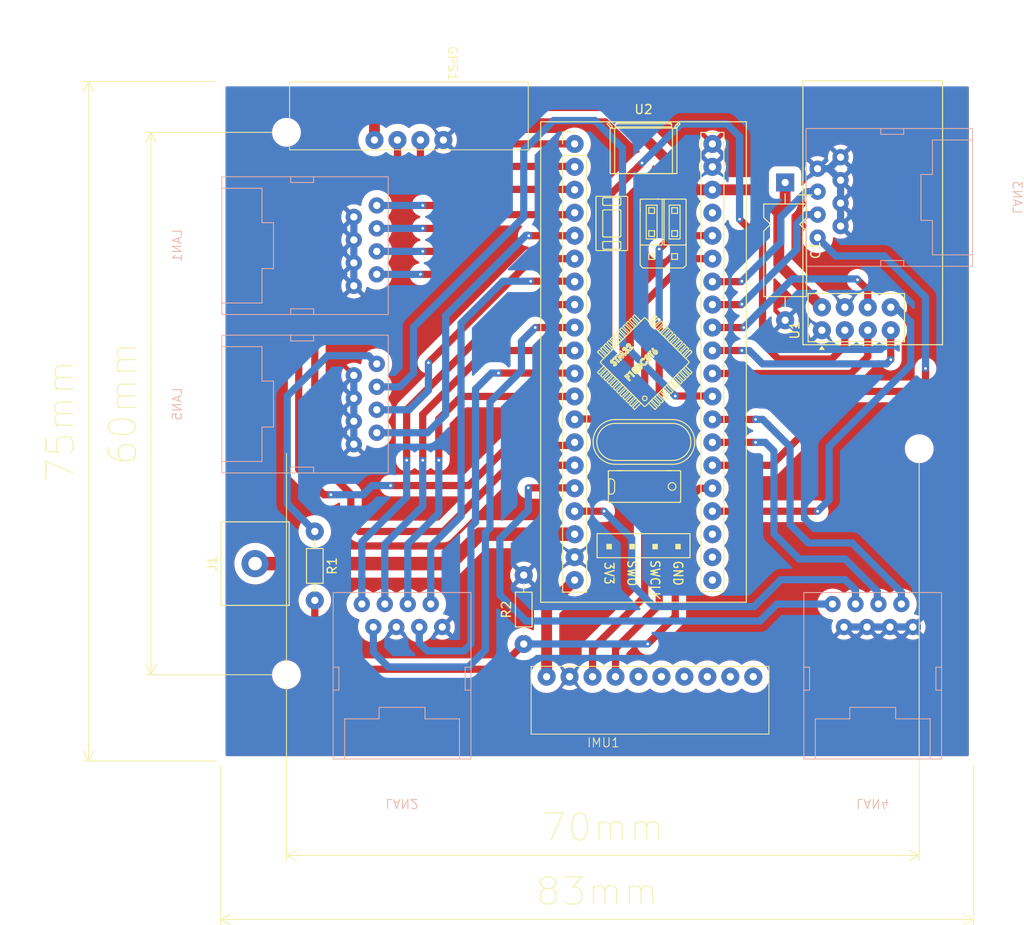
<source format=kicad_pcb>
(kicad_pcb (version 20241229) (generator "pcbnew") (generator_version "9.0")
  (layers (0 "F.Cu" signal) (2 "B.Cu" signal) (13 "F.Paste" user) (15 "B.Paste" user) (5 "F.SilkS" user "F.Silkscreen") (7 "B.SilkS" user "B.Silkscreen") (1 "F.Mask" user) (3 "B.Mask" user) (25 "Edge.Cuts" user))
  (net 0 "")
  (net 1 "Net-(U1-MISO)")
  (net 2 "+3.3V")
  (net 3 "GND")
  (net 4 "Net-(U1-MOSI)")
  (net 5 "Net-(U1-SCK)")
  (net 6 "Net-(IMU1-SCL)")
  (net 8 "Net-(IMU1-SDA)")
  (net 16 "Net-(GPS1-RX)")
  (net 18 "Net-(GPS1-TX)")
  (net 19 "+5V")
  (net 20 "/Vbat_test")
  (net 22 "+BATT")
  (net 23 "Net-(U1-IRQ)")
  (net 24 "Net-(U1-CE)")
  (net 25 "Net-(LAN3-Blue)")
  (net 26 "Net-(LAN3-Green)")
  (net 27 "Net-(LAN3-Brown)")
  (net 28 "Net-(LAN4-Green)")
  (net 29 "Net-(LAN4-Brown)")
  (net 30 "Net-(LAN4-Orange)")
  (net 31 "Net-(LAN4-Blue)")
  (net 32 "Net-(LAN5-Blue)")
  (net 33 "Net-(LAN5-Green)")
  (net 34 "Net-(LAN5-Orange)")
  (net 35 "Net-(LAN1-Orange)")
  (net 36 "Net-(LAN1-Green)")
  (net 37 "Net-(LAN1-Brown)")
  (net 38 "Net-(LAN1-Blue)")
  (net 39 "Net-(LAN2-Blue)")
  (net 40 "Net-(LAN2-Brown-w)")
  (net 41 "Net-(LAN2-Green)")
  (net 42 "Net-(LAN2-Orange)")
  (net 43 "Net-(LAN2-Brown)")
  (net 44 "Net-(LAN2-Green-w)")
  (footprint "MountingHole:MountingHole_2.7mm" (layer "F.Cu") (at 180 105)
    (property "Reference" "REF**" (hide yes))
    (property "Value" "Agujero de Montaje")
    (pad "" np_thru_hole circle (at 0 0) (size 2.7 2.7) (drill 2.7) (layers "*.Cu" "*.Mask"))
  )
  (footprint "USV_componentes:YAAJ_BluePill_1" (layer "F.Cu") (at 211.880946 46.275)
    (property "Reference" "U2" (at 7.62 -3.81 0) (layer "F.SilkS"))
    (property "Value" "BluePill" (hide yes))
    (fp_text user "3V3" (at 3.81 47.498 270) (layer "F.SilkS") (effects (font (size 1 0.9))))
    (fp_text user "SWO" (at 6.35 47.498 270) (layer "F.SilkS") (effects (font (size 1 0.9))))
    (fp_text user "SWCLK" (at 8.89 48.26 270) (layer "F.SilkS") (effects (font (size 1 0.9))))
    (fp_text user "GND" (at 11.43 47.498 270) (layer "F.SilkS") (effects (font (size 1 0.9))))
    (pad "1" thru_hole circle (at 0 0 90) (size 2 2) (drill 0.8) (layers "*.Cu" "*.Mask") (net 37 "Net-(LAN1-Brown)"))
    (pad "2" thru_hole circle (at 0 2.54 90) (size 2 2) (drill 0.8) (layers "*.Cu" "*.Mask") (net 36 "Net-(LAN1-Green)"))
    (pad "3" thru_hole circle (at 0 5.08 90) (size 2 2) (drill 0.8) (layers "*.Cu" "*.Mask") (net 38 "Net-(LAN1-Blue)"))
    (pad "4" thru_hole circle (at 0 7.62 90) (size 2 2) (drill 0.8) (layers "*.Cu" "*.Mask") (net 35 "Net-(LAN1-Orange)"))
    (pad "5" thru_hole circle (at 0 10.16 90) (size 2 2) (drill 0.8) (layers "*.Cu" "*.Mask") (net 34 "Net-(LAN5-Orange)"))
    (pad "6" thru_hole circle (at 0 12.7 90) (size 2 2) (drill 0.8) (layers "*.Cu" "*.Mask") (net 32 "Net-(LAN5-Blue)"))
    (pad "7" thru_hole circle (at 0 15.24 90) (size 2 2) (drill 0.8) (layers "*.Cu" "*.Mask") (net 42 "Net-(LAN2-Orange)"))
    (pad "8" thru_hole circle (at 0 17.78 90) (size 2 2) (drill 0.8) (layers "*.Cu" "*.Mask") (net 43 "Net-(LAN2-Brown)"))
    (pad "9" thru_hole circle (at 0 20.32 90) (size 2 2) (drill 0.8) (layers "*.Cu" "*.Mask") (net 40 "Net-(LAN2-Brown-w)"))
    (pad "10" thru_hole circle (at 0 22.86 90) (size 2 2) (drill 0.8) (layers "*.Cu" "*.Mask") (net 41 "Net-(LAN2-Green)"))
    (pad "11" thru_hole circle (at 0 25.4 90) (size 2 2) (drill 0.8) (layers "*.Cu" "*.Mask") (net 44 "Net-(LAN2-Green-w)"))
    (pad "12" thru_hole circle (at 0 27.94 90) (size 2 2) (drill 0.8) (layers "*.Cu" "*.Mask") (net 39 "Net-(LAN2-Blue)"))
    (pad "13" thru_hole circle (at 0 30.48 90) (size 2 2) (drill 0.8) (layers "*.Cu" "*.Mask") (net 24 "Net-(U1-CE)"))
    (pad "14" thru_hole circle (at 0 33.02 90) (size 2 2) (drill 0.8) (layers "*.Cu" "*.Mask") (net 16 "Net-(GPS1-RX)"))
    (pad "15" thru_hole circle (at 0 35.56 90) (size 2 2) (drill 0.8) (layers "*.Cu" "*.Mask") (net 18 "Net-(GPS1-TX)"))
    (pad "16" thru_hole circle (at 0 38.1 90) (size 2 2) (drill 0.8) (layers "*.Cu" "*.Mask") (net 29 "Net-(LAN4-Brown)"))
    (pad "17" thru_hole circle (at 0 40.64 90) (size 2 2) (drill 0.8) (layers "*.Cu" "*.Mask") (net 28 "Net-(LAN4-Green)"))
    (pad "18" thru_hole circle (at 0 43.18 90) (size 2 2) (drill 0.8) (layers "*.Cu" "*.Mask") (net 19 "+5V"))
    (pad "19" thru_hole circle (at 0 45.72 90) (size 2 2) (drill 0.8) (layers "*.Cu" "*.Mask") (net 3 "GND"))
    (pad "20" thru_hole circle (at 0 48.26 90) (size 2 2) (drill 0.8) (layers "*.Cu" "*.Mask") (net 2 "+3.3V"))
    (pad "21" thru_hole circle (at 15.24 48.26 90) (size 2 2) (drill 0.8) (layers "*.Cu" "*.Mask"))
    (pad "22" thru_hole circle (at 15.24 45.72 90) (size 2 2) (drill 0.8) (layers "*.Cu" "*.Mask"))
    (pad "23" thru_hole circle (at 15.24 43.18 90) (size 2 2) (drill 0.8) (layers "*.Cu" "*.Mask"))
    (pad "24" thru_hole circle (at 15.24 40.64 90) (size 2 2) (drill 0.8) (layers "*.Cu" "*.Mask") (net 23 "Net-(U1-IRQ)"))
    (pad "25" thru_hole circle (at 15.24 38.1 90) (size 2 2) (drill 0.8) (layers "*.Cu" "*.Mask") (net 20 "/Vbat_test"))
    (pad "26" thru_hole circle (at 15.24 35.56 90) (size 2 2) (drill 0.8) (layers "*.Cu" "*.Mask") (net 27 "Net-(LAN3-Brown)"))
    (pad "27" thru_hole circle (at 15.24 33.02 90) (size 2 2) (drill 0.8) (layers "*.Cu" "*.Mask") (net 31 "Net-(LAN4-Blue)"))
    (pad "28" thru_hole circle (at 15.24 30.48 90) (size 2 2) (drill 0.8) (layers "*.Cu" "*.Mask") (net 30 "Net-(LAN4-Orange)"))
    (pad "29" thru_hole circle (at 15.24 27.94 90) (size 2 2) (drill 0.8) (layers "*.Cu" "*.Mask") (net 33 "Net-(LAN5-Green)"))
    (pad "30" thru_hole circle (at 15.24 25.4 90) (size 2 2) (drill 0.8) (layers "*.Cu" "*.Mask") (net 5 "Net-(U1-SCK)"))
    (pad "31" thru_hole circle (at 15.24 22.86 90) (size 2 2) (drill 0.8) (layers "*.Cu" "*.Mask") (net 1 "Net-(U1-MISO)"))
    (pad "32" thru_hole circle (at 15.24 20.32 90) (size 2 2) (drill 0.8) (layers "*.Cu" "*.Mask") (net 4 "Net-(U1-MOSI)"))
    (pad "33" thru_hole circle (at 15.24 17.78 90) (size 2 2) (drill 0.8) (layers "*.Cu" "*.Mask") (net 26 "Net-(LAN3-Green)"))
    (pad "34" thru_hole circle (at 15.24 15.24 90) (size 2 2) (drill 0.8) (layers "*.Cu" "*.Mask") (net 25 "Net-(LAN3-Blue)"))
    (pad "35" thru_hole circle (at 15.24 12.7 90) (size 2 2) (drill 0.8) (layers "*.Cu" "*.Mask") (net 6 "Net-(IMU1-SCL)"))
    (pad "36" thru_hole circle (at 15.24 10.16 90) (size 2 2) (drill 0.8) (layers "*.Cu" "*.Mask") (net 8 "Net-(IMU1-SDA)"))
    (pad "37" thru_hole circle (at 15.24 7.62 90) (size 2 2) (drill 0.8) (layers "*.Cu" "*.Mask"))
    (pad "38" thru_hole circle (at 15.24 5.08 90) (size 2 2) (drill 0.8) (layers "*.Cu" "*.Mask") (net 2 "+3.3V"))
    (pad "39" thru_hole circle (at 15.24 2.54 90) (size 2 2) (drill 0.8) (layers "*.Cu" "*.Mask") (net 3 "GND"))
    (pad "40" thru_hole circle (at 15.24 0 90) (size 2 2) (drill 0.8) (layers "*.Cu" "*.Mask") (net 3 "GND"))
  )
  (footprint "Capacitor_THT:CP_Axial_L10.0mm_D4.5mm_P15.00mm_Horizontal" (layer "F.Cu") (at 235.168 50.546 -90)
    (property "Reference" "C1" (at 7.5 -3.37 90) (layer "F.SilkS"))
    (property "Value" "10uF")
    (pad "1" thru_hole rect (at 0 0 270) (size 2 2) (drill 0.8) (layers "*.Cu" "*.Mask") (net 2 "+3.3V"))
    (pad "2" thru_hole circle (at 15.24 0 270) (size 2 2) (drill 0.8) (layers "*.Cu" "*.Mask") (net 3 "GND"))
  )
  (footprint "MountingHole:MountingHole_2.7mm" (layer "F.Cu") (at 250 80)
    (property "Reference" "REF**" (hide yes))
    (property "Value" "Agujero de Montaje")
    (pad "" np_thru_hole circle (at 0 0) (size 2.7 2.7) (drill 2.7) (layers "*.Cu" "*.Mask"))
  )
  (footprint "MountingHole:MountingHole_2.7mm" (layer "F.Cu") (at 180 45)
    (property "Reference" "REF**" (hide yes))
    (property "Value" "Agujero de Montaje")
    (pad "" np_thru_hole circle (at 0 0) (size 2.7 2.7) (drill 2.7) (layers "*.Cu" "*.Mask"))
  )
  (footprint "USV_componentes:MPU9250" (layer "F.Cu") (at 214.622 109.026)
    (property "Reference" "IMU1" (at 0.442 3.492 0) (layer "F.SilkS") (effects (font (thickness 0.1))))
    (property "Value" "~")
    (pad "1" thru_hole circle (at -5.842 -3.81 90) (size 2 2) (drill 0.8) (layers "*.Cu" "*.Mask") (net 2 "+3.3V"))
    (pad "2" thru_hole circle (at -3.302 -3.81 90) (size 2 2) (drill 0.8) (layers "*.Cu" "*.Mask") (net 3 "GND"))
    (pad "3" thru_hole circle (at -0.762 -3.81 90) (size 2 2) (drill 0.8) (layers "*.Cu" "*.Mask") (net 6 "Net-(IMU1-SCL)"))
    (pad "4" thru_hole circle (at 1.778 -3.81 90) (size 2 2) (drill 0.8) (layers "*.Cu" "*.Mask") (net 8 "Net-(IMU1-SDA)"))
    (pad "5" thru_hole circle (at 4.318 -3.81 90) (size 2 2) (drill 0.8) (layers "*.Cu" "*.Mask"))
    (pad "6" thru_hole circle (at 6.858 -3.81 90) (size 2 2) (drill 0.8) (layers "*.Cu" "*.Mask"))
    (pad "7" thru_hole circle (at 9.398 -3.81 90) (size 2 2) (drill 0.8) (layers "*.Cu" "*.Mask"))
    (pad "8" thru_hole circle (at 11.938 -3.81 90) (size 2 2) (drill 0.8) (layers "*.Cu" "*.Mask"))
    (pad "9" thru_hole circle (at 14.478 -3.81 90) (size 2 2) (drill 0.8) (layers "*.Cu" "*.Mask"))
    (pad "10" thru_hole circle (at 17.018 -3.81 90) (size 2 2) (drill 0.8) (layers "*.Cu" "*.Mask"))
  )
  (footprint "Resistor_THT:R_Axial_DIN0204_L3.6mm_D1.6mm_P7.62mm_Horizontal" (layer "F.Cu") (at 183.134 89.154 -90)
    (property "Reference" "R1" (at 3.81 -1.92 90) (layer "F.SilkS"))
    (property "Value" "270k")
    (pad "1" thru_hole circle (at 0 0) (size 2 2) (drill 0.8) (layers "*.Cu" "*.Mask") (net 22 "+BATT"))
    (pad "2" thru_hole circle (at 7.62 0) (size 2 2) (drill 0.8) (layers "*.Cu" "*.Mask") (net 20 "/Vbat_test"))
  )
  (footprint "TerminalBlock_MetzConnect:TerminalBlock_MetzConnect_360271_1x01_Horizontal_ScrewM3.0_Boxed" (layer "F.Cu") (at 176.53 92.71 90)
    (property "Reference" "J1" (at 0 -4.77 90) (layer "F.SilkS"))
    (property "Value" "Bornera alimentación")
    (pad "1" thru_hole circle (at 0 0 90) (size 3 3) (drill 1.5) (layers "*.Cu" "*.Mask") (net 19 "+5V"))
  )
  (footprint "RF_Module:nRF24L01_Breakout" (layer "F.Cu") (at 239.231 66.8915 90)
    (property "Reference" "U1" (at 0 -3 90) (layer "F.SilkS"))
    (property "Value" "Radio")
    (pad "1" thru_hole circle (at 0 0 90) (size 2 2) (drill 0.8) (layers "*.Cu" "*.Mask") (net 3 "GND"))
    (pad "2" thru_hole circle (at 2.54 0 90) (size 2 2) (drill 0.8) (layers "*.Cu" "*.Mask") (net 2 "+3.3V"))
    (pad "3" thru_hole circle (at 0 2.54 90) (size 2 2) (drill 0.8) (layers "*.Cu" "*.Mask") (net 24 "Net-(U1-CE)"))
    (pad "4" thru_hole circle (at 2.54 2.54 90) (size 2 2) (drill 0.8) (layers "*.Cu" "*.Mask") (net 3 "GND"))
    (pad "5" thru_hole circle (at 0 5.08 90) (size 2 2) (drill 0.8) (layers "*.Cu" "*.Mask") (net 5 "Net-(U1-SCK)"))
    (pad "6" thru_hole circle (at 2.54 5.08 90) (size 2 2) (drill 0.8) (layers "*.Cu" "*.Mask") (net 4 "Net-(U1-MOSI)"))
    (pad "7" thru_hole circle (at 0 7.62 90) (size 2 2) (drill 0.8) (layers "*.Cu" "*.Mask") (net 1 "Net-(U1-MISO)"))
    (pad "8" thru_hole circle (at 2.54 7.62 90) (size 2 2) (drill 0.8) (layers "*.Cu" "*.Mask") (net 23 "Net-(U1-IRQ)"))
  )
  (footprint "USV_componentes:GPS" (layer "F.Cu") (at 197.358 30.607 -90)
    (property "Reference" "GPS1" (at 6.7818 -1.0188 270) (layer "F.SilkS") (effects (font (thickness 0.1))))
    (property "Value" "~")
    (pad "1" thru_hole circle (at 15.24 0 270) (size 2 2) (drill 0.8) (layers "*.Cu" "*.Mask") (net 3 "GND"))
    (pad "2" thru_hole circle (at 15.24 2.54 270) (size 2 2) (drill 0.8) (layers "*.Cu" "*.Mask") (net 18 "Net-(GPS1-TX)"))
    (pad "3" thru_hole circle (at 15.24 5.08 270) (size 2 2) (drill 0.8) (layers "*.Cu" "*.Mask") (net 16 "Net-(GPS1-RX)"))
    (pad "4" thru_hole circle (at 15.24 7.62 270) (size 2 2) (drill 0.8) (layers "*.Cu" "*.Mask") (net 2 "+3.3V"))
  )
  (footprint "Resistor_THT:R_Axial_DIN0204_L3.6mm_D1.6mm_P7.62mm_Horizontal" (layer "F.Cu") (at 206.248 101.6 90)
    (property "Reference" "R2" (at 3.81 -1.92 90) (layer "F.SilkS"))
    (property "Value" "100k")
    (pad "1" thru_hole circle (at 0 0 180) (size 2 2) (drill 0.8) (layers "*.Cu" "*.Mask") (net 20 "/Vbat_test"))
    (pad "2" thru_hole circle (at 7.62 0 180) (size 2 2) (drill 0.8) (layers "*.Cu" "*.Mask") (net 3 "GND"))
  )
  (footprint "USV_componentes:LAN" (layer "B.Cu") (at 168.402 57.531 -90)
    (property "Reference" "LAN1" (at 0 0.5 90) (layer "B.SilkS") (effects (font (thickness 0.1)) (justify mirror)))
    (property "Value" "~")
    (pad "1" thru_hole circle (at -4.445 -21.59 270) (size 1.8 1.8) (drill 0.8) (layers "*.Cu" "*.Mask") (net 37 "Net-(LAN1-Brown)"))
    (pad "2" thru_hole circle (at -3.175 -19.05 270) (size 1.8 1.8) (drill 0.8) (layers "*.Cu" "*.Mask") (net 3 "GND"))
    (pad "3" thru_hole circle (at -1.905 -21.59 270) (size 1.8 1.8) (drill 0.8) (layers "*.Cu" "*.Mask") (net 36 "Net-(LAN1-Green)"))
    (pad "4" thru_hole circle (at -0.635 -19.05 270) (size 1.8 1.8) (drill 0.8) (layers "*.Cu" "*.Mask") (net 3 "GND"))
    (pad "5" thru_hole circle (at 0.635 -21.59 270) (size 1.8 1.8) (drill 0.8) (layers "*.Cu" "*.Mask") (net 38 "Net-(LAN1-Blue)"))
    (pad "6" thru_hole circle (at 1.905 -19.05 270) (size 1.8 1.8) (drill 0.8) (layers "*.Cu" "*.Mask") (net 3 "GND"))
    (pad "7" thru_hole circle (at 3.175 -21.59 270) (size 1.8 1.8) (drill 0.8) (layers "*.Cu" "*.Mask") (net 35 "Net-(LAN1-Orange)"))
    (pad "8" thru_hole circle (at 4.445 -19.05 270) (size 1.8 1.8) (drill 0.8) (layers "*.Cu" "*.Mask") (net 3 "GND"))
  )
  (footprint "USV_componentes:LAN" (layer "B.Cu") (at 244.856 118.772)
    (property "Reference" "LAN4" (at 0 0.5 180) (layer "B.SilkS") (effects (font (thickness 0.1)) (justify mirror)))
    (property "Value" "~")
    (pad "1" thru_hole circle (at -4.445 -21.59) (size 1.8 1.8) (drill 0.8) (layers "*.Cu" "*.Mask") (net 29 "Net-(LAN4-Brown)"))
    (pad "2" thru_hole circle (at -3.175 -19.05) (size 1.8 1.8) (drill 0.8) (layers "*.Cu" "*.Mask") (net 3 "GND"))
    (pad "3" thru_hole circle (at -1.905 -21.59) (size 1.8 1.8) (drill 0.8) (layers "*.Cu" "*.Mask") (net 28 "Net-(LAN4-Green)"))
    (pad "4" thru_hole circle (at -0.635 -19.05) (size 1.8 1.8) (drill 0.8) (layers "*.Cu" "*.Mask") (net 3 "GND"))
    (pad "5" thru_hole circle (at 0.635 -21.59) (size 1.8 1.8) (drill 0.8) (layers "*.Cu" "*.Mask") (net 31 "Net-(LAN4-Blue)"))
    (pad "6" thru_hole circle (at 1.905 -19.05) (size 1.8 1.8) (drill 0.8) (layers "*.Cu" "*.Mask") (net 3 "GND"))
    (pad "7" thru_hole circle (at 3.175 -21.59) (size 1.8 1.8) (drill 0.8) (layers "*.Cu" "*.Mask") (net 30 "Net-(LAN4-Orange)"))
    (pad "8" thru_hole circle (at 4.445 -19.05) (size 1.8 1.8) (drill 0.8) (layers "*.Cu" "*.Mask") (net 3 "GND"))
  )
  (footprint "USV_componentes:LAN" (layer "B.Cu") (at 168.402 75.057 -90)
    (property "Reference" "LAN5" (at 0 0.5 90) (layer "B.SilkS") (effects (font (thickness 0.1)) (justify mirror)))
    (property "Value" "~")
    (pad "1" thru_hole circle (at -4.445 -21.59 270) (size 1.8 1.8) (drill 0.8) (layers "*.Cu" "*.Mask") (net 22 "+BATT"))
    (pad "2" thru_hole circle (at -3.175 -19.05 270) (size 1.8 1.8) (drill 0.8) (layers "*.Cu" "*.Mask") (net 3 "GND"))
    (pad "3" thru_hole circle (at -1.905 -21.59 270) (size 1.8 1.8) (drill 0.8) (layers "*.Cu" "*.Mask") (net 33 "Net-(LAN5-Green)"))
    (pad "4" thru_hole circle (at -0.635 -19.05 270) (size 1.8 1.8) (drill 0.8) (layers "*.Cu" "*.Mask") (net 3 "GND"))
    (pad "5" thru_hole circle (at 0.635 -21.59 270) (size 1.8 1.8) (drill 0.8) (layers "*.Cu" "*.Mask") (net 32 "Net-(LAN5-Blue)"))
    (pad "6" thru_hole circle (at 1.905 -19.05 270) (size 1.8 1.8) (drill 0.8) (layers "*.Cu" "*.Mask") (net 3 "GND"))
    (pad "7" thru_hole circle (at 3.175 -21.59 270) (size 1.8 1.8) (drill 0.8) (layers "*.Cu" "*.Mask") (net 34 "Net-(LAN5-Orange)"))
    (pad "8" thru_hole circle (at 4.445 -19.05 270) (size 1.8 1.8) (drill 0.8) (layers "*.Cu" "*.Mask") (net 3 "GND"))
  )
  (footprint "USV_componentes:LAN" (layer "B.Cu") (at 260.35 52.197 90)
    (property "Reference" "LAN3" (at 0 0.5 270) (layer "B.SilkS") (effects (font (thickness 0.1)) (justify mirror)))
    (property "Value" "~")
    (pad "1" thru_hole circle (at -4.445 -21.59 90) (size 1.8 1.8) (drill 0.8) (layers "*.Cu" "*.Mask") (net 27 "Net-(LAN3-Brown)"))
    (pad "2" thru_hole circle (at -3.175 -19.05 90) (size 1.8 1.8) (drill 0.8) (layers "*.Cu" "*.Mask") (net 3 "GND"))
    (pad "3" thru_hole circle (at -1.905 -21.59 90) (size 1.8 1.8) (drill 0.8) (layers "*.Cu" "*.Mask") (net 26 "Net-(LAN3-Green)"))
    (pad "4" thru_hole circle (at -0.635 -19.05 90) (size 1.8 1.8) (drill 0.8) (layers "*.Cu" "*.Mask") (net 3 "GND"))
    (pad "5" thru_hole circle (at 0.635 -21.59 90) (size 1.8 1.8) (drill 0.8) (layers "*.Cu" "*.Mask") (net 25 "Net-(LAN3-Blue)"))
    (pad "6" thru_hole circle (at 1.905 -19.05 90) (size 1.8 1.8) (drill 0.8) (layers "*.Cu" "*.Mask") (net 3 "GND"))
    (pad "7" thru_hole circle (at 3.175 -21.59 90) (size 1.8 1.8) (drill 0.8) (layers "*.Cu" "*.Mask") (net 3 "GND"))
    (pad "8" thru_hole circle (at 4.445 -19.05 90) (size 1.8 1.8) (drill 0.8) (layers "*.Cu" "*.Mask") (net 3 "GND"))
  )
  (footprint "USV_componentes:LAN" (layer "B.Cu") (at 192.786 118.772)
    (property "Reference" "LAN2" (at 0 0.5 180) (layer "B.SilkS") (effects (font (thickness 0.1)) (justify mirror)))
    (property "Value" "~")
    (pad "1" thru_hole circle (at -4.445 -21.59) (size 1.8 1.8) (drill 0.8) (layers "*.Cu" "*.Mask") (net 43 "Net-(LAN2-Brown)"))
    (pad "2" thru_hole circle (at -3.175 -19.05) (size 1.8 1.8) (drill 0.8) (layers "*.Cu" "*.Mask") (net 40 "Net-(LAN2-Brown-w)"))
    (pad "3" thru_hole circle (at -1.905 -21.59) (size 1.8 1.8) (drill 0.8) (layers "*.Cu" "*.Mask") (net 41 "Net-(LAN2-Green)"))
    (pad "4" thru_hole circle (at -0.635 -19.05) (size 1.8 1.8) (drill 0.8) (layers "*.Cu" "*.Mask") (net 3 "GND"))
    (pad "5" thru_hole circle (at 0.635 -21.59) (size 1.8 1.8) (drill 0.8) (layers "*.Cu" "*.Mask") (net 39 "Net-(LAN2-Blue)"))
    (pad "6" thru_hole circle (at 1.905 -19.05) (size 1.8 1.8) (drill 0.8) (layers "*.Cu" "*.Mask") (net 44 "Net-(LAN2-Green-w)"))
    (pad "7" thru_hole circle (at 3.175 -21.59) (size 1.8 1.8) (drill 0.8) (layers "*.Cu" "*.Mask") (net 42 "Net-(LAN2-Orange)"))
    (pad "8" thru_hole circle (at 4.445 -19.05) (size 1.8 1.8) (drill 0.8) (layers "*.Cu" "*.Mask") (net 3 "GND"))
  )
  (dimension (type orthogonal) (layer "F.SilkS") (pts (xy 180 105) (xy 180 45)) (height -15) (orientation 1) (format (prefix "") (suffix "mm") (units 3) (units_format 0) (precision 4) (suppress_zeroes yes)) (style (thickness 0.1) (arrow_length 1.27) (text_position_mode 0) (arrow_direction outward) (extension_height 0.58642) (extension_offset 0.5) (keep_text_aligned yes)) (gr_text "60mm" (at 161.9 75 90) (layer "F.SilkS") (effects (font (size 3 3) (thickness 0.1)))))
  (dimension (type orthogonal) (layer "F.SilkS") (pts (xy 250 80) (xy 180 80)) (height 45) (orientation 0) (format (prefix "") (suffix "mm") (units 3) (units_format 0) (precision 4) (suppress_zeroes yes)) (style (thickness 0.1) (arrow_length 1.27) (text_position_mode 0) (arrow_direction outward) (extension_height 0.58642) (extension_offset 0.5) (keep_text_aligned yes)) (gr_text "70mm" (at 215 121.9 0) (layer "F.SilkS") (effects (font (size 3 3) (thickness 0.1)))))
  (dimension (type orthogonal) (layer "F.SilkS") (pts (xy 172.72 39.37) (xy 172.72 114.555333)) (height -14.605) (orientation 1) (format (prefix "") (suffix "mm") (units 3) (units_format 0) (precision 4) (override_value "75") (suppress_zeroes yes)) (style (thickness 0.1) (arrow_length 1.27) (text_position_mode 0) (arrow_direction outward) (extension_height 0.58642) (extension_offset 0.5) (keep_text_aligned yes)) (gr_text "75mm" (at 155.015 76.962667 90) (layer "F.SilkS") (effects (font (size 3 3) (thickness 0.1)))))
  (dimension (type orthogonal) (layer "F.SilkS") (pts (xy 172.72 114.555333) (xy 256.032 114.554)) (height 17.524667) (orientation 0) (format (prefix "") (suffix "mm") (units 3) (units_format 0) (precision 4) (override_value "83") (suppress_zeroes yes)) (style (thickness 0.1) (arrow_length 1.27) (text_position_mode 0) (arrow_direction outward) (extension_height 0.58642) (extension_offset 0.5) (keep_text_aligned yes)) (gr_text "83mm" (at 214.376 128.98 0) (layer "F.SilkS") (effects (font (size 3 3) (thickness 0.1)))))
  (segment (start 246.851 66.8915) (end 246.851 67.252053) (width 0.8) (layer "F.Cu") (net 1))
  (segment (start 230.378 69.135) (end 227.120946 69.135) (width 0.8) (layer "F.Cu") (net 1))
  (segment (start 246.851 70.141) (end 246.851 66.8915) (width 0.8) (layer "F.Cu") (net 1))
  (via (at 230.378 69.135) (size 0.6) (drill 0.3) (layers "F.Cu" "B.Cu") (net 1))
  (via (at 246.851 70.141) (size 0.6) (drill 0.3) (layers "F.Cu" "B.Cu") (net 1))
  (segment (start 246.38 70.612) (end 232.664 70.612) (width 0.8) (layer "B.Cu") (net 1))
  (segment (start 232.664 70.612) (end 231.187 69.135) (width 0.8) (layer "B.Cu") (net 1))
  (segment (start 246.851 70.141) (end 246.38 70.612) (width 0.8) (layer "B.Cu") (net 1))
  (segment (start 231.187 69.135) (end 230.378 69.135) (width 0.8) (layer "B.Cu") (net 1))
  (segment (start 234.465 53.918) (end 234.465 59.5855) (width 1.2) (layer "F.Cu") (net 2))
  (segment (start 225.345 51.355) (end 227.120946 51.355) (width 1.2) (layer "F.Cu") (net 2))
  (segment (start 234.465 53.571) (end 235.168 52.868) (width 1.2) (layer "F.Cu") (net 2))
  (segment (start 189.738 45.847) (end 189.738 43.688) (width 1.2) (layer "F.Cu") (net 2))
  (segment (start 227.120946 51.355) (end 231.902 51.355) (width 1.2) (layer "F.Cu") (net 2))
  (segment (start 216.035 42.045) (end 225.345 51.355) (width 1.2) (layer "F.Cu") (net 2))
  (segment (start 235.168 52.868) (end 235.168 50.546) (width 1.2) (layer "F.Cu") (net 2))
  (segment (start 191.381 42.045) (end 216.035 42.045) (width 1.2) (layer "F.Cu") (net 2))
  (segment (start 234.465 59.5855) (end 239.231 64.3515) (width 1.2) (layer "F.Cu") (net 2))
  (segment (start 211.880946 94.535) (end 208.78 97.635946) (width 1.2) (layer "F.Cu") (net 2))
  (segment (start 208.78 97.635946) (end 208.78 105.216) (width 1.2) (layer "F.Cu") (net 2))
  (segment (start 231.902 51.355) (end 234.465 53.918) (width 1.2) (layer "F.Cu") (net 2))
  (segment (start 189.738 43.688) (end 191.381 42.045) (width 1.2) (layer "F.Cu") (net 2))
  (segment (start 234.465 53.918) (end 234.465 53.571) (width 1.2) (layer "F.Cu") (net 2))
  (segment (start 187.452 71.882) (end 187.452 79.502) (width 0.8) (layer "B.Cu") (net 3))
  (segment (start 241.3 50.292) (end 241.3 55.372) (width 0.8) (layer "B.Cu") (net 3))
  (segment (start 241.3 47.752) (end 240.03 49.022) (width 0.8) (layer "B.Cu") (net 3))
  (segment (start 240.03 49.022) (end 238.76 49.022) (width 0.8) (layer "B.Cu") (net 3))
  (segment (start 187.452 54.356) (end 187.452 61.976) (width 0.8) (layer "B.Cu") (net 3))
  (segment (start 241.681 99.722) (end 249.301 99.722) (width 0.8) (layer "B.Cu") (net 3))
  (segment (start 241.3 50.292) (end 240.03 49.022) (width 0.8) (layer "B.Cu") (net 3))
  (segment (start 243.17521 61.31121) (end 244.311 62.447) (width 0.8) (layer "F.Cu") (net 4))
  (segment (start 230.585 66.595) (end 227.120946 66.595) (width 0.8) (layer "F.Cu") (net 4))
  (segment (start 244.311 62.447) (end 244.311 64.3515) (width 0.8) (layer "F.Cu") (net 4))
  (via (at 230.585 66.595) (size 0.6) (drill 0.3) (layers "F.Cu" "B.Cu") (net 4))
  (via (at 243.17521 61.31121) (size 0.6) (drill 0.3) (layers "F.Cu" "B.Cu") (net 4))
  (segment (start 243.17521 61.28142) (end 243.17521 61.31121) (width 0.8) (layer "B.Cu") (net 4))
  (segment (start 243.10779 61.214) (end 243.17521 61.28142) (width 0.8) (layer "B.Cu") (net 4))
  (segment (start 235.966 61.214) (end 243.10779 61.214) (width 0.8) (layer "B.Cu") (net 4))
  (segment (start 230.585 66.595) (end 235.966 61.214) (width 0.8) (layer "B.Cu") (net 4))
  (segment (start 242.449 71.675) (end 244.311 69.813) (width 0.8) (layer "F.Cu") (net 5))
  (segment (start 227.120946 71.675) (end 242.449 71.675) (width 0.8) (layer "F.Cu") (net 5))
  (segment (start 244.311 69.813) (end 244.311 66.8915) (width 0.8) (layer "F.Cu") (net 5))
  (segment (start 227.459946 72.014) (end 227.120946 71.675) (width 0.8) (layer "F.Cu") (net 5))
  (segment (start 224.489 58.975) (end 219.633 63.831) (width 0.8) (layer "F.Cu") (net 6))
  (segment (start 219.633 96.343) (end 213.86 102.116) (width 0.8) (layer "F.Cu") (net 6))
  (segment (start 213.86 102.116) (end 213.86 105.216) (width 0.8) (layer "F.Cu") (net 6))
  (segment (start 227.120946 58.975) (end 224.489 58.975) (width 0.8) (layer "F.Cu") (net 6))
  (segment (start 219.633 63.831) (end 219.633 96.343) (width 0.8) (layer "F.Cu") (net 6))
  (segment (start 227.354631 59.314) (end 227.693631 58.975) (width 0.8) (layer "F.Cu") (net 6))
  (segment (start 216.4 102.116) (end 216.4 105.216) (width 0.8) (layer "F.Cu") (net 8))
  (segment (start 216.4 105.216) (end 216.408 105.208) (width 0.8) (layer "F.Cu") (net 8))
  (segment (start 222.711 56.435) (end 227.120946 56.435) (width 0.8) (layer "F.Cu") (net 8))
  (segment (start 221.234 57.912) (end 222.711 56.435) (width 0.8) (layer "F.Cu") (net 8))
  (segment (start 221.234 65.711889) (end 221.234 97.282) (width 0.8) (layer "F.Cu") (net 8))
  (segment (start 221.234 97.282) (end 216.4 102.116) (width 0.8) (layer "F.Cu") (net 8))
  (via (at 221.234 65.711889) (size 0.6) (drill 0.3) (layers "F.Cu" "B.Cu") (net 8))
  (via (at 221.234 57.912) (size 0.6) (drill 0.3) (layers "F.Cu" "B.Cu") (net 8))
  (segment (start 221.234 65.711889) (end 221.234 57.912) (width 0.8) (layer "B.Cu") (net 8))
  (segment (start 200.173844 84.074) (end 204.613844 79.634) (width 0.8) (layer "F.Cu") (net 16))
  (segment (start 204.613844 79.634) (end 211.541946 79.634) (width 0.8) (layer "F.Cu") (net 16))
  (segment (start 184.15 85.09) (end 181.356 82.296) (width 0.8) (layer "F.Cu") (net 16))
  (segment (start 211.800946 79.375) (end 211.880946 79.295) (width 0.8) (layer "F.Cu") (net 16))
  (segment (start 186.182 48.768) (end 191.262 48.768) (width 0.8) (layer "F.Cu") (net 16))
  (segment (start 192.278 47.752) (end 192.278 45.847) (width 0.8) (layer "F.Cu") (net 16))
  (segment (start 181.356 82.296) (end 181.356 53.594) (width 0.8) (layer "F.Cu") (net 16))
  (segment (start 181.356 53.594) (end 186.182 48.768) (width 0.8) (layer "F.Cu") (net 16))
  (segment (start 184.912 85.09) (end 184.15 85.09) (width 0.8) (layer "F.Cu") (net 16))
  (segment (start 191.262 48.768) (end 192.278 47.752) (width 0.8) (layer "F.Cu") (net 16))
  (segment (start 191.516 84.074) (end 200.173844 84.074) (width 0.8) (layer "F.Cu") (net 16))
  (segment (start 211.541946 79.634) (end 211.880946 79.295) (width 0.8) (layer "F.Cu") (net 16))
  (via (at 191.516 84.074) (size 0.6) (drill 0.3) (layers "F.Cu" "B.Cu") (net 16))
  (via (at 184.912 85.09) (size 0.6) (drill 0.3) (layers "F.Cu" "B.Cu") (net 16))
  (segment (start 189.484 84.074) (end 191.516 84.074) (width 0.8) (layer "B.Cu") (net 16))
  (segment (start 184.912 85.09) (end 188.468 85.09) (width 0.8) (layer "B.Cu") (net 16))
  (segment (start 188.468 85.09) (end 189.484 84.074) (width 0.8) (layer "B.Cu") (net 16))
  (segment (start 194.818 45.847) (end 194.818 47.752) (width 0.8) (layer "F.Cu") (net 18))
  (segment (start 192.024 50.546) (end 186.944 50.546) (width 0.8) (layer "F.Cu") (net 18))
  (segment (start 197.358 89.154) (end 204.677 81.835) (width 0.8) (layer "F.Cu") (net 18))
  (segment (start 204.677 81.835) (end 211.880946 81.835) (width 0.8) (layer "F.Cu") (net 18))
  (segment (start 188.058844 89.154) (end 197.358 89.154) (width 0.8) (layer "F.Cu") (net 18))
  (segment (start 183.134 54.356) (end 183.134 81.026) (width 0.8) (layer "F.Cu") (net 18))
  (segment (start 194.818 47.752) (end 192.024 50.546) (width 0.8) (layer "F.Cu") (net 18))
  (segment (start 186.944 50.546) (end 183.134 54.356) (width 0.8) (layer "F.Cu") (net 18))
  (segment (start 183.134 81.026) (end 187.121 85.013) (width 0.8) (layer "F.Cu") (net 18))
  (segment (start 187.121 85.013) (end 187.121 88.216156) (width 0.8) (layer "F.Cu") (net 18))
  (segment (start 210.678865 81.835) (end 211.880946 81.835) (width 0.8) (layer "F.Cu") (net 18))
  (segment (start 187.121 88.216156) (end 188.058844 89.154) (width 0.8) (layer "F.Cu") (net 18))
  (segment (start 198.12 92.71) (end 176.53 92.71) (width 1.5) (layer "F.Cu") (net 19))
  (segment (start 211.880946 89.455) (end 201.375 89.455) (width 1.5) (layer "F.Cu") (net 19))
  (segment (start 201.375 89.455) (end 198.12 92.71) (width 1.5) (layer "F.Cu") (net 19))
  (segment (start 223.012 87.069733) (end 225.706733 84.375) (width 0.8) (layer "F.Cu") (net 20))
  (segment (start 183.134 101.092) (end 186.436 104.394) (width 0.8) (layer "F.Cu") (net 20))
  (segment (start 203.454 104.394) (end 206.248 101.6) (width 0.8) (layer "F.Cu") (net 20))
  (segment (start 227.459946 84.036) (end 227.120946 84.375) (width 0.8) (layer "F.Cu") (net 20))
  (segment (start 225.706733 84.375) (end 227.120946 84.375) (width 0.8) (layer "F.Cu") (net 20))
  (segment (start 186.436 104.394) (end 203.454 104.394) (width 0.8) (layer "F.Cu") (net 20))
  (segment (start 219.964 101.6) (end 223.012 98.552) (width 0.8) (layer "F.Cu") (net 20))
  (segment (start 223.012 98.552) (end 223.012 87.069733) (width 0.8) (layer "F.Cu") (net 20))
  (segment (start 183.134 96.774) (end 183.134 101.092) (width 0.8) (layer "F.Cu") (net 20))
  (via (at 219.964 101.6) (size 0.6) (drill 0.3) (layers "F.Cu" "B.Cu") (net 20))
  (segment (start 226.913946 84.582) (end 227.120946 84.375) (width 0.8) (layer "B.Cu") (net 20))
  (segment (start 219.964 101.6) (end 206.248 101.6) (width 0.8) (layer "B.Cu") (net 20))
  (segment (start 180.086 86.106) (end 183.134 89.154) (width 0.8) (layer "B.Cu") (net 22))
  (segment (start 180.086 74.168) (end 180.086 86.106) (width 0.8) (layer "B.Cu") (net 22))
  (segment (start 184.542 69.712) (end 180.086 74.168) (width 0.8) (layer "B.Cu") (net 22))
  (segment (start 189.992 70.612) (end 189.092 69.712) (width 0.8) (layer "B.Cu") (net 22))
  (segment (start 189.092 69.712) (end 184.542 69.712) (width 0.8) (layer "B.Cu") (net 22))
  (segment (start 238.76 86.915) (end 227.120946 86.915) (width 0.8) (layer "F.Cu") (net 23))
  (via (at 238.76 86.915) (size 0.6) (drill 0.3) (layers "F.Cu" "B.Cu") (net 23))
  (segment (start 238.76 86.915) (end 240.03 85.645) (width 0.8) (layer "B.Cu") (net 23))
  (segment (start 247.423685 64.3515) (end 246.851 64.3515) (width 0.8) (layer "B.Cu") (net 23))
  (segment (start 249.052 65.979815) (end 247.423685 64.3515) (width 0.8) (layer "B.Cu") (net 23))
  (segment (start 240.03 79.756) (end 249.052 70.734) (width 0.8) (layer "B.Cu") (net 23))
  (segment (start 249.052 70.734) (end 249.052 65.979815) (width 0.8) (layer "B.Cu") (net 23))
  (segment (start 240.03 85.645) (end 240.03 79.756) (width 0.8) (layer "B.Cu") (net 23))
  (segment (start 211.927946 76.708) (end 211.880946 76.755) (width 0.8) (layer "F.Cu") (net 24))
  (segment (start 234.412 70.074) (end 240.314 70.074) (width 0.8) (layer "F.Cu") (net 24))
  (segment (start 213.868 76.708) (end 211.927946 76.708) (width 0.8) (layer "F.Cu") (net 24))
  (segment (start 241.771 68.617) (end 241.771 66.8915) (width 0.8) (layer "F.Cu") (net 24))
  (segment (start 232.664 57.15) (end 232.664 68.326) (width 0.8) (layer "F.Cu") (net 24))
  (segment (start 232.664 68.326) (end 234.412 70.074) (width 0.8) (layer "F.Cu") (net 24))
  (segment (start 215.646 74.93) (end 213.868 76.708) (width 0.8) (layer "F.Cu") (net 24))
  (segment (start 230.124 54.61) (end 232.664 57.15) (width 0.8) (layer "F.Cu") (net 24))
  (segment (start 240.314 70.074) (end 241.771 68.617) (width 0.8) (layer "F.Cu") (net 24))
  (segment (start 215.646 52.07) (end 215.646 74.93) (width 0.8) (layer "F.Cu") (net 24))
  (segment (start 219.329 48.387) (end 215.646 52.07) (width 0.8) (layer "F.Cu") (net 24))
  (via (at 219.329 48.387) (size 0.6) (drill 0.3) (layers "F.Cu" "B.Cu") (net 24))
  (via (at 230.124 54.61) (size 0.6) (drill 0.3) (layers "F.Cu" "B.Cu") (net 24))
  (segment (start 230.124 54.61) (end 230.124 45.466) (width 0.8) (layer "B.Cu") (net 24))
  (segment (start 228.732 44.074) (end 223.642 44.074) (width 0.8) (layer "B.Cu") (net 24))
  (segment (start 230.124 45.466) (end 228.732 44.074) (width 0.8) (layer "B.Cu") (net 24))
  (segment (start 223.642 44.074) (end 219.329 48.387) (width 0.8) (layer "B.Cu") (net 24))
  (segment (start 230.331 61.515) (end 230.378 61.468) (width 0.8) (layer "F.Cu") (net 25))
  (segment (start 227.120946 61.515) (end 230.331 61.515) (width 0.8) (layer "F.Cu") (net 25))
  (via (at 230.378 61.468) (size 0.6) (drill 0.3) (layers "F.Cu" "B.Cu") (net 25))
  (segment (start 234.696 54.353208) (end 237.487208 51.562) (width 0.8) (layer "B.Cu") (net 25))
  (segment (start 234.696 57.15) (end 234.696 54.353208) (width 0.8) (layer "B.Cu") (net 25))
  (segment (start 237.487208 51.562) (end 238.76 51.562) (width 0.8) (layer "B.Cu") (net 25))
  (segment (start 230.378 61.468) (end 234.696 57.15) (width 0.8) (layer "B.Cu") (net 25))
  (segment (start 227.120946 64.055) (end 230.331 64.055) (width 0.8) (layer "F.Cu") (net 26))
  (segment (start 230.331 64.055) (end 230.378 64.008) (width 0.8) (layer "F.Cu") (net 26))
  (via (at 230.378 64.008) (size 0.6) (drill 0.3) (layers "F.Cu" "B.Cu") (net 26))
  (segment (start 238.76 54.102) (end 237.487208 54.102) (width 0.8) (layer "B.Cu") (net 26))
  (segment (start 237.487208 54.102) (end 236.474 55.115208) (width 0.8) (layer "B.Cu") (net 26))
  (segment (start 236.474 57.912) (end 230.378 64.008) (width 0.8) (layer "B.Cu") (net 26))
  (segment (start 236.474 55.115208) (end 236.474 57.912) (width 0.8) (layer "B.Cu") (net 26))
  (segment (start 233.633 81.835) (end 227.120946 81.835) (width 0.8) (layer "F.Cu") (net 27))
  (segment (start 249.691897 73.66) (end 241.808 73.66) (width 0.8) (layer "F.Cu") (net 27))
  (segment (start 250.698 71.12) (end 250.698 72.653897) (width 0.8) (layer "F.Cu") (net 27))
  (segment (start 250.698 72.653897) (end 249.691897 73.66) (width 0.8) (layer "F.Cu") (net 27))
  (segment (start 241.808 73.66) (end 233.633 81.835) (width 0.8) (layer "F.Cu") (net 27))
  (via (at 250.698 71.12) (size 0.6) (drill 0.3) (layers "F.Cu" "B.Cu") (net 27))
  (segment (start 250.698 71.12) (end 250.698 63.246) (width 0.8) (layer "B.Cu") (net 27))
  (segment (start 246.126 58.674) (end 240.792 58.674) (width 0.8) (layer "B.Cu") (net 27))
  (segment (start 240.792 58.674) (end 238.76 56.642) (width 0.8) (layer "B.Cu") (net 27))
  (segment (start 250.698 63.246) (end 246.126 58.674) (width 0.8) (layer "B.Cu") (net 27))
  (segment (start 215.138 86.915) (end 211.880946 86.915) (width 0.8) (layer "F.Cu") (net 28))
  (via (at 215.138 86.915) (size 0.6) (drill 0.3) (layers "F.Cu" "B.Cu") (net 28))
  (segment (start 217.344 89.074) (end 218.186 89.916) (width 0.8) (layer "B.Cu") (net 28))
  (segment (start 241.808 94.488) (end 242.951 95.631) (width 0.8) (layer "B.Cu") (net 28))
  (segment (start 234.696 94.488) (end 241.808 94.488) (width 0.8) (layer "B.Cu") (net 28))
  (segment (start 242.951 95.631) (end 242.951 97.182) (width 0.8) (layer "B.Cu") (net 28))
  (segment (start 231.725 97.459) (end 234.696 94.488) (width 0.8) (layer "B.Cu") (net 28))
  (segment (start 215.138 86.915) (end 217.297 89.074) (width 0.8) (layer "B.Cu") (net 28))
  (segment (start 220.649 97.459) (end 231.725 97.459) (width 0.8) (layer "B.Cu") (net 28))
  (segment (start 217.297 89.074) (end 217.344 89.074) (width 0.8) (layer "B.Cu") (net 28))
  (segment (start 218.186 89.916) (end 218.186 94.996) (width 0.8) (layer "B.Cu") (net 28))
  (segment (start 218.186 94.996) (end 220.649 97.459) (width 0.8) (layer "B.Cu") (net 28))
  (segment (start 211.833946 84.328) (end 211.880946 84.375) (width 0.8) (layer "F.Cu") (net 29))
  (segment (start 206.756 84.328) (end 211.833946 84.328) (width 0.8) (layer "F.Cu") (net 29))
  (via (at 206.756 84.328) (size 0.6) (drill 0.3) (layers "F.Cu" "B.Cu") (net 29))
  (segment (start 203.608 89.950468) (end 206.756 86.802468) (width 0.8) (layer "B.Cu") (net 29))
  (segment (start 206.502 99.06) (end 203.608 96.166) (width 0.8) (layer "B.Cu") (net 29))
  (segment (start 232.388156 99.06) (end 206.502 99.06) (width 0.8) (layer "B.Cu") (net 29))
  (segment (start 206.756 86.802468) (end 206.756 84.328) (width 0.8) (layer "B.Cu") (net 29))
  (segment (start 203.608 96.166) (end 203.608 89.950468) (width 0.8) (layer "B.Cu") (net 29))
  (segment (start 234.266156 97.182) (end 232.388156 99.06) (width 0.8) (layer "B.Cu") (net 29))
  (segment (start 240.411 97.182) (end 234.266156 97.182) (width 0.8) (layer "B.Cu") (net 29))
  (segment (start 231.902 76.755) (end 227.120946 76.755) (width 0.8) (layer "F.Cu") (net 30))
  (via (at 231.902 76.755) (size 0.6) (drill 0.3) (layers "F.Cu" "B.Cu") (net 30))
  (segment (start 248.031 95.885) (end 242.57 90.424) (width 0.8) (layer "B.Cu") (net 30))
  (segment (start 235.712 79.777844) (end 232.689156 76.755) (width 0.8) (layer "B.Cu") (net 30))
  (segment (start 231.949 76.708) (end 231.902 76.755) (width 0.8) (layer "B.Cu") (net 30))
  (segment (start 248.031 97.182) (end 248.031 95.885) (width 0.8) (layer "B.Cu") (net 30))
  (segment (start 235.712 88.392) (end 235.712 79.777844) (width 0.8) (layer "B.Cu") (net 30))
  (segment (start 237.744 90.424) (end 235.712 88.392) (width 0.8) (layer "B.Cu") (net 30))
  (segment (start 242.57 90.424) (end 237.744 90.424) (width 0.8) (layer "B.Cu") (net 30))
  (segment (start 232.689156 76.755) (end 231.902 76.755) (width 0.8) (layer "B.Cu") (net 30))
  (segment (start 231.902 79.295) (end 227.120946 79.295) (width 0.8) (layer "F.Cu") (net 31))
  (via (at 231.902 79.295) (size 0.6) (drill 0.3) (layers "F.Cu" "B.Cu") (net 31))
  (segment (start 233.934 89.408) (end 236.728 92.202) (width 0.8) (layer "B.Cu") (net 31))
  (segment (start 232.965 79.295) (end 233.934 80.264) (width 0.8) (layer "B.Cu") (net 31))
  (segment (start 231.902 79.295) (end 232.965 79.295) (width 0.8) (layer "B.Cu") (net 31))
  (segment (start 236.728 92.202) (end 241.808 92.202) (width 0.8) (layer "B.Cu") (net 31))
  (segment (start 233.934 80.264) (end 233.934 89.408) (width 0.8) (layer "B.Cu") (net 31))
  (segment (start 245.364 97.055) (end 245.491 97.182) (width 0.8) (layer "B.Cu") (net 31))
  (segment (start 241.808 92.202) (end 245.364 95.758) (width 0.8) (layer "B.Cu") (net 31))
  (segment (start 245.364 95.758) (end 245.364 97.055) (width 0.8) (layer "B.Cu") (net 31))
  (segment (start 207.217 58.975) (end 211.880946 58.975) (width 0.8) (layer "F.Cu") (net 32))
  (segment (start 195.707 70.485) (end 207.217 58.975) (width 0.8) (layer "F.Cu") (net 32))
  (via (at 195.707 70.485) (size 0.6) (drill 0.3) (layers "F.Cu" "B.Cu") (net 32))
  (segment (start 195.707 70.485) (end 195.707 73.533) (width 0.8) (layer "B.Cu") (net 32))
  (segment (start 193.548 75.692) (end 189.992 75.692) (width 0.8) (layer "B.Cu") (net 32))
  (segment (start 195.707 73.533) (end 193.548 75.692) (width 0.8) (layer "B.Cu") (net 32))
  (segment (start 227.073946 74.168) (end 227.120946 74.215) (width 0.8) (layer "F.Cu") (net 33))
  (segment (start 223.012 74.168) (end 227.073946 74.168) (width 0.8) (layer "F.Cu") (net 33))
  (via (at 223.012 74.168) (size 0.6) (drill 0.3) (layers "F.Cu" "B.Cu") (net 33))
  (segment (start 214.122 43.688) (end 217.17 46.736) (width 0.8) (layer "B.Cu") (net 33))
  (segment (start 194.056 66.548) (end 206.248 54.356) (width 0.8) (layer "B.Cu") (net 33))
  (segment (start 217.17 46.736) (end 217.17 68.326) (width 0.8) (layer "B.Cu") (net 33))
  (segment (start 192.532 73.152) (end 194.056 71.628) (width 0.8) (layer "B.Cu") (net 33))
  (segment (start 206.248 54.356) (end 206.248 46.99) (width 0.8) (layer "B.Cu") (net 33))
  (segment (start 206.248 46.99) (end 209.55 43.688) (width 0.8) (layer "B.Cu") (net 33))
  (segment (start 209.55 43.688) (end 214.122 43.688) (width 0.8) (layer "B.Cu") (net 33))
  (segment (start 189.992 73.152) (end 192.532 73.152) (width 0.8) (layer "B.Cu") (net 33))
  (segment (start 194.056 71.628) (end 194.056 66.548) (width 0.8) (layer "B.Cu") (net 33))
  (segment (start 217.17 68.326) (end 223.012 74.168) (width 0.8) (layer "B.Cu") (net 33))
  (segment (start 206.803 56.435) (end 211.880946 56.435) (width 0.8) (layer "F.Cu") (net 34))
  (via (at 206.803 56.435) (size 0.6) (drill 0.3) (layers "F.Cu" "B.Cu") (net 34))
  (segment (start 206.502 56.388) (end 197.612 65.278) (width 0.8) (layer "B.Cu") (net 34))
  (segment (start 197.612 65.278) (end 197.612 76.210922) (width 0.8) (layer "B.Cu") (net 34))
  (segment (start 197.612 76.210922) (end 195.590922 78.232) (width 0.8) (layer "B.Cu") (net 34))
  (segment (start 206.756 56.388) (end 206.502 56.388) (width 0.8) (layer "B.Cu") (net 34))
  (segment (start 195.590922 78.232) (end 189.992 78.232) (width 0.8) (layer "B.Cu") (net 34))
  (segment (start 206.803 56.435) (end 206.756 56.388) (width 0.8) (layer "B.Cu") (net 34))
  (segment (start 211.673946 54.102) (end 211.880946 53.895) (width 0.8) (layer "F.Cu") (net 35))
  (segment (start 202.902312 54.102) (end 211.673946 54.102) (width 0.8) (layer "F.Cu") (net 35))
  (segment (start 196.298312 60.706) (end 202.902312 54.102) (width 0.8) (layer "F.Cu") (net 35))
  (segment (start 194.818 60.706) (end 196.298312 60.706) (width 0.8) (layer "F.Cu") (net 35))
  (via (at 194.818 60.706) (size 0.6) (drill 0.3) (layers "F.Cu" "B.Cu") (net 35))
  (segment (start 194.818 60.706) (end 189.992 60.706) (width 0.8) (layer "B.Cu") (net 35))
  (segment (start 203.708 48.768) (end 211.833946 48.768) (width 0.8) (layer "F.Cu") (net 36))
  (segment (start 211.833946 48.768) (end 211.880946 48.815) (width 0.8) (layer "F.Cu") (net 36))
  (segment (start 196.85 55.626) (end 203.708 48.768) (width 0.8) (layer "F.Cu") (net 36))
  (segment (start 195.072 55.626) (end 196.85 55.626) (width 0.8) (layer "F.Cu") (net 36))
  (via (at 195.072 55.626) (size 0.6) (drill 0.3) (layers "F.Cu" "B.Cu") (net 36))
  (segment (start 195.072 55.626) (end 189.992 55.626) (width 0.8) (layer "B.Cu") (net 36))
  (segment (start 203.407 46.275) (end 211.880946 46.275) (width 0.8) (layer "F.Cu") (net 37))
  (segment (start 196.596 53.086) (end 203.407 46.275) (width 0.8) (layer "F.Cu") (net 37))
  (segment (start 195.072 53.086) (end 196.596 53.086) (width 0.8) (layer "F.Cu") (net 37))
  (via (at 195.072 53.086) (size 0.6) (drill 0.3) (layers "F.Cu" "B.Cu") (net 37))
  (segment (start 195.072 53.086) (end 189.992 53.086) (width 0.8) (layer "B.Cu") (net 37))
  (segment (start 203.432156 51.308) (end 211.833946 51.308) (width 0.8) (layer "F.Cu") (net 38))
  (segment (start 211.833946 51.308) (end 211.880946 51.355) (width 0.8) (layer "F.Cu") (net 38))
  (segment (start 195.072 58.166) (end 196.574156 58.166) (width 0.8) (layer "F.Cu") (net 38))
  (segment (start 196.574156 58.166) (end 203.432156 51.308) (width 0.8) (layer "F.Cu") (net 38))
  (via (at 195.072 58.166) (size 0.6) (drill 0.3) (layers "F.Cu" "B.Cu") (net 38))
  (segment (start 195.072 58.166) (end 189.992 58.166) (width 0.8) (layer "B.Cu") (net 38))
  (segment (start 196.85 76.708) (end 199.343 74.215) (width 0.8) (layer "F.Cu") (net 39))
  (segment (start 196.85 81.28) (end 196.85 76.708) (width 0.8) (layer "F.Cu") (net 39))
  (segment (start 199.343 74.215) (end 211.880946 74.215) (width 0.8) (layer "F.Cu") (net 39))
  (via (at 196.85 81.28) (size 0.6) (drill 0.3) (layers "F.Cu" "B.Cu") (net 39))
  (segment (start 193.421 90.551) (end 193.421 97.182) (width 0.8) (layer "B.Cu") (net 39))
  (segment (start 196.85 87.122) (end 193.421 90.551) (width 0.8) (layer "B.Cu") (net 39))
  (segment (start 196.85 81.28) (end 196.85 87.122) (width 0.8) (layer "B.Cu") (net 39))
  (segment (start 207.518 66.595) (end 211.880946 66.595) (width 0.8) (layer "F.Cu") (net 40))
  (via (at 207.518 66.595) (size 0.6) (drill 0.3) (layers "F.Cu" "B.Cu") (net 40))
  (segment (start 202.007 89.287312) (end 202.007 102.263156) (width 0.8) (layer "B.Cu") (net 40))
  (segment (start 207.518 66.595) (end 205.994 68.119) (width 0.8) (layer "B.Cu") (net 40))
  (segment (start 202.515 74.831156) (end 202.515 88.779312) (width 0.8) (layer "B.Cu") (net 40))
  (segment (start 189.611 102.489) (end 189.611 99.722) (width 0.8) (layer "B.Cu") (net 40))
  (segment (start 202.515 88.779312) (end 202.007 89.287312) (width 0.8) (layer "B.Cu") (net 40))
  (segment (start 205.994 71.352156) (end 202.515 74.831156) (width 0.8) (layer "B.Cu") (net 40))
  (segment (start 191.262 104.14) (end 189.611 102.489) (width 0.8) (layer "B.Cu") (net 40))
  (segment (start 200.130156 104.14) (end 191.262 104.14) (width 0.8) (layer "B.Cu") (net 40))
  (segment (start 205.994 68.119) (end 205.994 71.352156) (width 0.8) (layer "B.Cu") (net 40))
  (segment (start 202.007 102.263156) (end 200.130156 104.14) (width 0.8) (layer "B.Cu") (net 40))
  (segment (start 202.137 69.135) (end 211.880946 69.135) (width 0.8) (layer "F.Cu") (net 41))
  (segment (start 195.072 81.28) (end 195.072 76.2) (width 0.8) (layer "F.Cu") (net 41))
  (segment (start 195.072 76.2) (end 202.137 69.135) (width 0.8) (layer "F.Cu") (net 41))
  (via (at 195.072 81.28) (size 0.6) (drill 0.3) (layers "F.Cu" "B.Cu") (net 41))
  (segment (start 195.072 86.36) (end 190.881 90.551) (width 0.8) (layer "B.Cu") (net 41))
  (segment (start 190.881 90.551) (end 190.881 97.182) (width 0.8) (layer "B.Cu") (net 41))
  (segment (start 195.072 81.28) (end 195.072 86.36) (width 0.8) (layer "B.Cu") (net 41))
  (segment (start 207.01 61.468) (end 211.833946 61.468) (width 0.8) (layer "F.Cu") (net 42))
  (segment (start 211.833946 61.468) (end 211.880946 61.515) (width 0.8) (layer "F.Cu") (net 42))
  (via (at 207.01 61.468) (size 0.6) (drill 0.3) (layers "F.Cu" "B.Cu") (net 42))
  (segment (start 195.961 90.805) (end 195.961 97.182) (width 0.8) (layer "B.Cu") (net 42))
  (segment (start 207.01 61.468) (end 203.962 61.468) (width 0.8) (layer "B.Cu") (net 42))
  (segment (start 199.313 87.453) (end 195.961 90.805) (width 0.8) (layer "B.Cu") (net 42))
  (segment (start 203.962 61.468) (end 199.313 66.117) (width 0.8) (layer "B.Cu") (net 42))
  (segment (start 199.313 66.117) (end 199.313 87.453) (width 0.8) (layer "B.Cu") (net 42))
  (segment (start 193.294 81.28) (end 193.294 75.692) (width 0.8) (layer "F.Cu") (net 43))
  (segment (start 193.294 75.692) (end 204.931 64.055) (width 0.8) (layer "F.Cu") (net 43))
  (segment (start 204.931 64.055) (end 211.880946 64.055) (width 0.8) (layer "F.Cu") (net 43))
  (via (at 193.294 81.28) (size 0.6) (drill 0.3) (layers "F.Cu" "B.Cu") (net 43))
  (segment (start 188.341 90.297) (end 188.341 97.182) (width 0.8) (layer "B.Cu") (net 43))
  (segment (start 193.294 85.344) (end 188.341 90.297) (width 0.8) (layer "B.Cu") (net 43))
  (segment (start 193.294 81.28) (end 193.294 85.344) (width 0.8) (layer "B.Cu") (net 43))
  (segment (start 211.833946 71.628) (end 211.880946 71.675) (width 0.8) (layer "F.Cu") (net 44))
  (segment (start 203.454 71.628) (end 211.833946 71.628) (width 0.8) (layer "F.Cu") (net 44))
  (via (at 203.454 71.628) (size 0.6) (drill 0.3) (layers "F.Cu" "B.Cu") (net 44))
  (segment (start 200.406 101.6) (end 199.644 102.362) (width 0.8) (layer "B.Cu") (net 44))
  (segment (start 194.691 101.473) (end 194.691 99.722) (width 0.8) (layer "B.Cu") (net 44))
  (segment (start 199.644 102.362) (end 195.58 102.362) (width 0.8) (layer "B.Cu") (net 44))
  (segment (start 203.454 71.628) (end 202.692 71.628) (width 0.8) (layer "B.Cu") (net 44))
  (segment (start 200.914 88.116156) (end 200.406 88.624156) (width 0.8) (layer "B.Cu") (net 44))
  (segment (start 195.58 102.362) (end 194.691 101.473) (width 0.8) (layer "B.Cu") (net 44))
  (segment (start 202.692 71.628) (end 200.914 73.406) (width 0.8) (layer "B.Cu") (net 44))
  (segment (start 200.914 73.406) (end 200.914 88.116156) (width 0.8) (layer "B.Cu") (net 44))
  (segment (start 200.406 88.624156) (end 200.406 101.6) (width 0.8) (layer "B.Cu") (net 44))
  (zone (net 3) (net_name "GND") (layers "F.Cu" "B.Cu") (priority 1) (connect_pads (clearance 0.5)) (min_thickness 0.25) (fill yes (thermal_gap 0.5) (thermal_bridge_width 0.5))
    (polygon (pts (xy 256.032 114.555333) (xy 256.032 39.37) (xy 172.72 39.37) (xy 172.72 114.555333)))
  )
)
</source>
